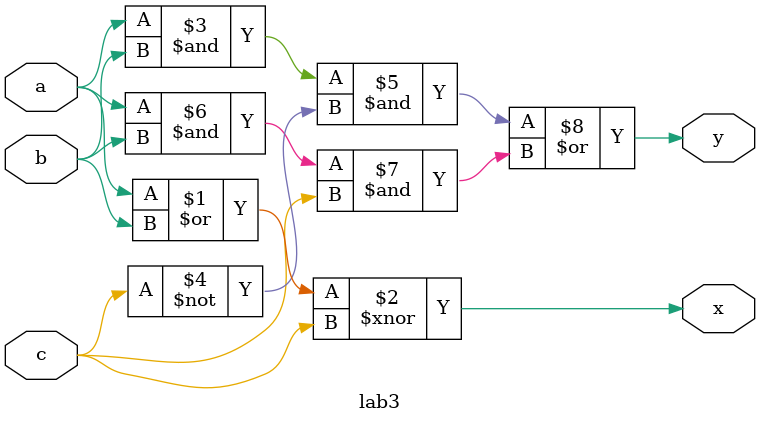
<source format=sv>
`timescale 1ns / 1ps


module lab3(a,b,c,x,y);
input logic a,b,c;
output logic x,y;
assign x = (a|b)^~c;
assign y = (a & b & (~c)) | (a& b & c);
endmodule

</source>
